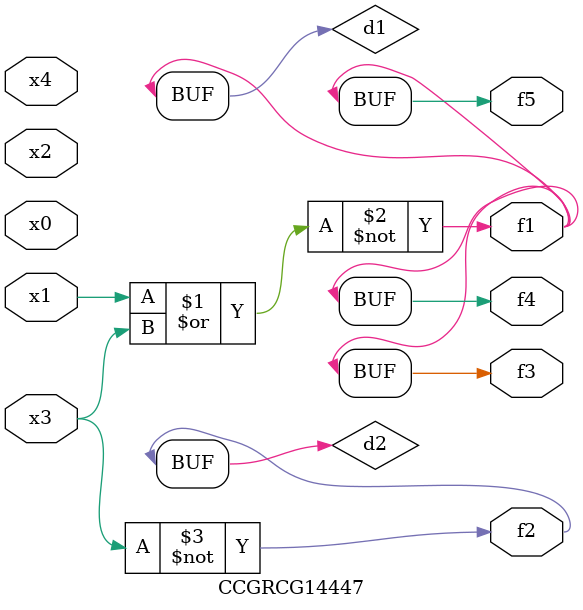
<source format=v>
module CCGRCG14447(
	input x0, x1, x2, x3, x4,
	output f1, f2, f3, f4, f5
);

	wire d1, d2;

	nor (d1, x1, x3);
	not (d2, x3);
	assign f1 = d1;
	assign f2 = d2;
	assign f3 = d1;
	assign f4 = d1;
	assign f5 = d1;
endmodule

</source>
